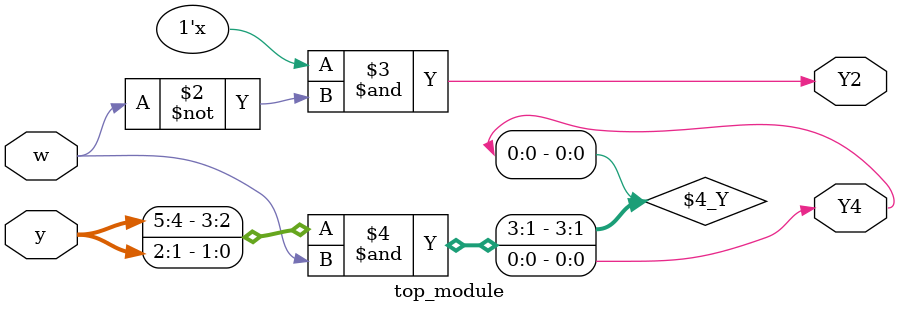
<source format=sv>
module top_module (
	input [6:1] y,
	input w,
	output reg Y2,
	output reg Y4
);

	always @ (*)
	begin
		Y2 = y[0] & ~w;
		Y4 = {y[5], y[4], y[2], y[1]} & w;
	end

endmodule

</source>
